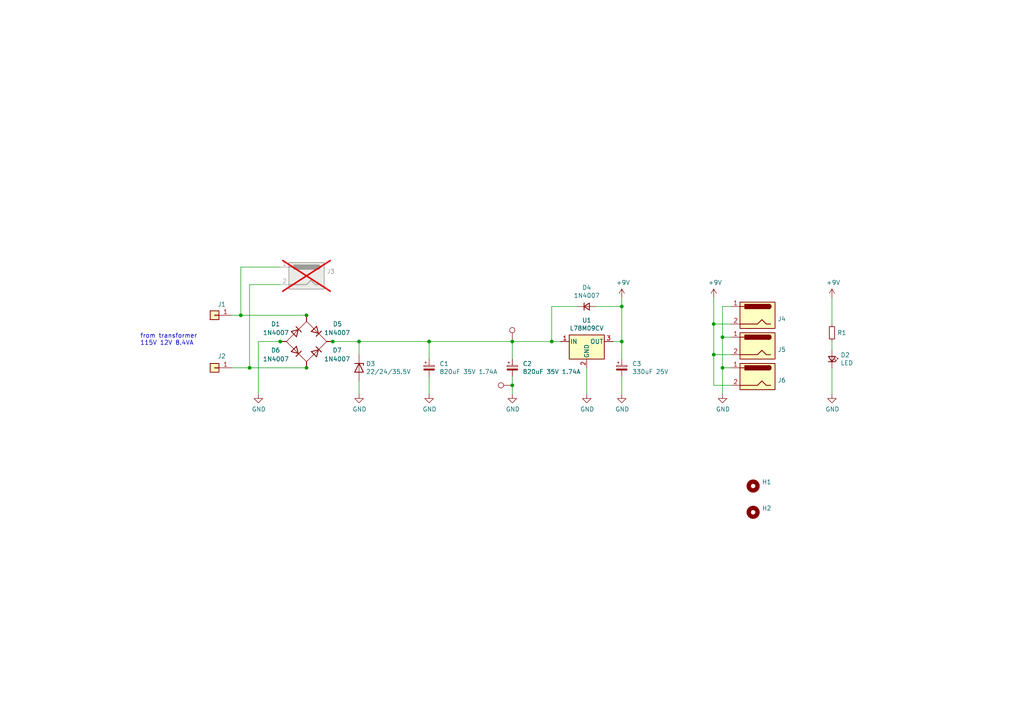
<source format=kicad_sch>
(kicad_sch (version 20230121) (generator eeschema)
  (paper "A4")
  (lib_symbols
    (symbol "Connector:Barrel_Jack" (pin_names (offset 1.016))
      (property "Reference" "J" (at 0 5.334 0))
      (property "Value" "Barrel_Jack" (at 0 -5.08 0))
      (symbol "Barrel_Jack_0_1"
        (rectangle (start -5.08 3.81) (end 5.08 -3.81) (stroke (width 0.254)) (fill (type background)))
        (arc (start -3.302 3.175) (mid -3.9343 2.54) (end -3.302 1.905) (stroke (width 0.254)))
        (arc (start -3.302 3.175) (mid -3.9343 2.54) (end -3.302 1.905) (stroke (width 0.254)) (fill (type outline)))
        (polyline (pts (xy 5.08 2.54) (xy 3.81 2.54)) (stroke (width 0.254)))
        (polyline (pts (xy -3.81 -2.54) (xy -2.54 -2.54) (xy -1.27 -1.27) (xy 0 -2.54) (xy 2.54 -2.54) (xy 5.08 -2.54)) (stroke (width 0.254)))
        (rectangle (start 3.683 3.175) (end -3.302 1.905) (stroke (width 0.254)) (fill (type outline)))
      )
      (symbol "Barrel_Jack_1_1"
        (pin passive line (at 7.62 2.54 180) (length 2.54) (name "~") (number "1"))
        (pin passive line (at 7.62 -2.54 180) (length 2.54) (name "~") (number "2"))
      )
    )
    (symbol "Connector:TestPoint" (pin_numbers hide) (pin_names (offset 0.762) hide)
      (property "Reference" "TP" (at 0 6.858 0))
      (property "Value" "TestPoint" (at 0 5.08 0))
      (symbol "TestPoint_0_1"
        (circle (center 0 3.302) (radius 0.762))
      )
      (symbol "TestPoint_1_1"
        (pin passive line (at 0 0 90) (length 2.54) (name "1") (number "1"))
      )
    )
    (symbol "Connector_Generic:Conn_01x01" (pin_names (offset 1.016) hide)
      (property "Reference" "J" (at 0 2.54 0))
      (property "Value" "Conn_01x01" (at 0 -2.54 0))
      (symbol "Conn_01x01_1_1"
        (rectangle (start -1.27 0.127) (end 0 -0.127) (stroke (width 0.1524)))
        (rectangle (start -1.27 1.27) (end 1.27 -1.27) (stroke (width 0.254)) (fill (type background)))
        (pin passive line (at -5.08 0 0) (length 3.81) (name "Pin_1") (number "1"))
      )
    )
    (symbol "Device:C_Polarized_Small" (pin_numbers hide) (pin_names (offset 0.254) hide)
      (property "Reference" "C" (at 0.254 1.778 0))
      (property "Value" "C_Polarized_Small" (at 0.254 -2.032 0))
      (symbol "C_Polarized_Small_0_1"
        (rectangle (start -1.524 -0.3048) (end 1.524 -0.6858) (fill (type outline)))
        (rectangle (start -1.524 0.6858) (end 1.524 0.3048))
        (polyline (pts (xy -1.27 1.524) (xy -0.762 1.524)))
        (polyline (pts (xy -1.016 1.27) (xy -1.016 1.778)))
      )
      (symbol "C_Polarized_Small_1_1"
        (pin passive line (at 0 2.54 270) (length 1.8542) (name "~") (number "1"))
        (pin passive line (at 0 -2.54 90) (length 1.8542) (name "~") (number "2"))
      )
    )
    (symbol "Device:D_Small" (pin_numbers hide) (pin_names (offset 0.254) hide)
      (property "Reference" "D" (at -1.27 2.032 0))
      (property "Value" "D_Small" (at -3.81 -2.032 0))
      (symbol "D_Small_0_1"
        (polyline (pts (xy -0.762 -1.016) (xy -0.762 1.016)) (stroke (width 0.254)))
        (polyline (pts (xy -0.762 0) (xy 0.762 0)))
        (polyline (pts (xy 0.762 -1.016) (xy -0.762 0) (xy 0.762 1.016) (xy 0.762 -1.016)) (stroke (width 0.254)))
      )
      (symbol "D_Small_1_1"
        (pin passive line (at -2.54 0 0) (length 1.778) (name "K") (number "1"))
        (pin passive line (at 2.54 0 180) (length 1.778) (name "A") (number "2"))
      )
    )
    (symbol "Device:D_Zener" (pin_numbers hide) (pin_names (offset 1.016) hide)
      (property "Reference" "D" (at 0 2.54 0))
      (property "Value" "D_Zener" (at 0 -2.54 0))
      (symbol "D_Zener_0_1"
        (polyline (pts (xy 1.27 0) (xy -1.27 0)))
        (polyline (pts (xy -1.27 -1.27) (xy -1.27 1.27) (xy -0.762 1.27)) (stroke (width 0.254)))
        (polyline (pts (xy 1.27 -1.27) (xy 1.27 1.27) (xy -1.27 0) (xy 1.27 -1.27)) (stroke (width 0.254)))
      )
      (symbol "D_Zener_1_1"
        (pin passive line (at -3.81 0 0) (length 2.54) (name "K") (number "1"))
        (pin passive line (at 3.81 0 180) (length 2.54) (name "A") (number "2"))
      )
    )
    (symbol "Device:LED_Small" (pin_numbers hide) (pin_names (offset 0.254) hide)
      (property "Reference" "D" (at -1.27 3.175 0))
      (property "Value" "LED_Small" (at -4.445 -2.54 0))
      (symbol "LED_Small_0_1"
        (polyline (pts (xy -0.762 -1.016) (xy -0.762 1.016)) (stroke (width 0.254)))
        (polyline (pts (xy 1.016 0) (xy -0.762 0)))
        (polyline (pts (xy 0.762 -1.016) (xy -0.762 0) (xy 0.762 1.016) (xy 0.762 -1.016)) (stroke (width 0.254)))
        (polyline (pts (xy 0 0.762) (xy -0.508 1.27) (xy -0.254 1.27) (xy -0.508 1.27) (xy -0.508 1.016)))
        (polyline (pts (xy 0.508 1.27) (xy 0 1.778) (xy 0.254 1.778) (xy 0 1.778) (xy 0 1.524)))
      )
      (symbol "LED_Small_1_1"
        (pin passive line (at -2.54 0 0) (length 1.778) (name "K") (number "1"))
        (pin passive line (at 2.54 0 180) (length 1.778) (name "A") (number "2"))
      )
    )
    (symbol "Device:R_Small" (pin_numbers hide) (pin_names (offset 0.254) hide)
      (property "Reference" "R" (at 0.762 0.508 0))
      (property "Value" "R_Small" (at 0.762 -1.016 0))
      (symbol "R_Small_0_1"
        (rectangle (start -0.762 1.778) (end 0.762 -1.778) (stroke (width 0.2032)))
      )
      (symbol "R_Small_1_1"
        (pin passive line (at 0 2.54 270) (length 0.762) (name "~") (number "1"))
        (pin passive line (at 0 -2.54 90) (length 0.762) (name "~") (number "2"))
      )
    )
    (symbol "Mechanical:MountingHole" (pin_names (offset 1.016))
      (property "Reference" "H" (at 0 5.08 0))
      (property "Value" "MountingHole" (at 0 3.175 0))
      (symbol "MountingHole_0_1"
        (circle (center 0 0) (radius 1.27) (stroke (width 1.27)))
      )
    )
    (symbol "Regulator_Linear:L7809" (pin_names (offset 0.254))
      (property "Reference" "U" (at -3.81 3.175 0))
      (property "Value" "L7809" (at 0 3.175 0))
      (symbol "L7809_0_1"
        (rectangle (start -5.08 1.905) (end 5.08 -5.08) (stroke (width 0.254)) (fill (type background)))
      )
      (symbol "L7809_1_1"
        (pin power_in line (at -7.62 0 0) (length 2.54) (name "IN") (number "1"))
        (pin power_in line (at 0 -7.62 90) (length 2.54) (name "GND") (number "2"))
        (pin power_out line (at 7.62 0 180) (length 2.54) (name "OUT") (number "3"))
      )
    )
    (symbol "pedal_power:D_Small_45" (pin_numbers hide) (pin_names (offset 0.254) hide)
      (property "Reference" "D" (at 3.048 3.556 0))
      (property "Value" "D_Small_45" (at 4.064 1.778 0))
      (symbol "D_Small_45_0_1"
        (polyline (pts (xy -2.54 5.842) (xy 3.302 0)))
        (polyline (pts (xy -1.016 2.794) (xy 0.508 4.318)) (stroke (width 0.254)))
        (polyline (pts (xy 0.381 1.397) (xy -0.127 3.429) (xy 1.905 2.921) (xy 0.381 1.397)) (stroke (width 0.254)))
      )
      (symbol "D_Small_45_1_1"
        (pin passive line (at -2.54 7.62 270) (length 1.778) (name "K") (number "1"))
        (pin passive line (at 5.08 0 180) (length 1.778) (name "A") (number "2"))
      )
    )
    (symbol "power:+9V" (power) (pin_names (offset 0))
      (property "Value" "+9V" (at 0 3.556 0))
      (symbol "+9V_0_1"
        (polyline (pts (xy -0.762 1.27) (xy 0 2.54)))
        (polyline (pts (xy 0 0) (xy 0 2.54)))
        (polyline (pts (xy 0 2.54) (xy 0.762 1.27)))
      )
      (symbol "+9V_1_1"
        (pin power_in line (at 0 0 90) (length 0) hide (name "+9V") (number "1"))
      )
    )
    (symbol "power:GND" (power) (pin_names (offset 0))
      (property "Value" "GND" (at 0 -3.81 0))
      (symbol "GND_0_1"
        (polyline (pts (xy 0 0) (xy 0 -1.27) (xy 1.27 -1.27) (xy 0 -2.54) (xy -1.27 -1.27) (xy 0 -1.27)))
      )
      (symbol "GND_1_1"
        (pin power_in line (at 0 0 270) (length 0) hide (name "GND") (number "1"))
      )
    )
  )
  (junction (at 69.85 91.44))
  (junction (at 88.9 106.68))
  (junction (at 160.02 99.06))
  (junction (at 148.59 99.06))
  (junction (at 88.9 91.44))
  (junction (at 124.46 99.06))
  (junction (at 148.59 111.76))
  (junction (at 96.52 99.06))
  (junction (at 209.55 97.79))
  (junction (at 81.28 99.06))
  (junction (at 180.34 99.06))
  (junction (at 180.34 88.9))
  (junction (at 104.14 99.06))
  (junction (at 72.39 106.68))
  (junction (at 207.01 102.87))
  (junction (at 207.01 93.98))
  (junction (at 209.55 106.68))
  (wire (pts (xy 69.85 77.47) (xy 81.28 77.47)))
  (wire (pts (xy 124.46 99.06) (xy 124.46 104.14)))
  (wire (pts (xy 160.02 99.06) (xy 160.02 88.9)))
  (wire (pts (xy 72.39 82.55) (xy 72.39 106.68)))
  (wire (pts (xy 96.52 99.06) (xy 104.14 99.06)))
  (wire (pts (xy 207.01 111.76) (xy 207.01 102.87)))
  (wire (pts (xy 160.02 88.9) (xy 167.64 88.9)))
  (wire (pts (xy 180.34 109.22) (xy 180.34 114.3)))
  (wire (pts (xy 177.8 99.06) (xy 180.34 99.06)))
  (wire (pts (xy 67.31 91.44) (xy 69.85 91.44)))
  (wire (pts (xy 69.85 91.44) (xy 69.85 77.47)))
  (wire (pts (xy 81.28 82.55) (xy 72.39 82.55)))
  (wire (pts (xy 212.09 102.87) (xy 207.01 102.87)))
  (wire (pts (xy 207.01 102.87) (xy 207.01 93.98)))
  (wire (pts (xy 170.18 114.3) (xy 170.18 106.68)))
  (wire (pts (xy 172.72 88.9) (xy 180.34 88.9)))
  (wire (pts (xy 74.93 99.06) (xy 81.28 99.06)))
  (wire (pts (xy 72.39 106.68) (xy 88.9 106.68)))
  (wire (pts (xy 212.09 106.68) (xy 209.55 106.68)))
  (wire (pts (xy 241.3 93.98) (xy 241.3 86.36)))
  (wire (pts (xy 74.93 99.06) (xy 74.93 114.3)))
  (wire (pts (xy 180.34 99.06) (xy 180.34 104.14)))
  (wire (pts (xy 67.31 106.68) (xy 72.39 106.68)))
  (wire (pts (xy 212.09 111.76) (xy 207.01 111.76)))
  (wire (pts (xy 162.56 99.06) (xy 160.02 99.06)))
  (wire (pts (xy 241.3 106.68) (xy 241.3 114.3)))
  (wire (pts (xy 148.59 99.06) (xy 148.59 104.14)))
  (wire (pts (xy 104.14 114.3) (xy 104.14 110.49)))
  (wire (pts (xy 124.46 99.06) (xy 148.59 99.06)))
  (wire (pts (xy 180.34 86.36) (xy 180.34 88.9)))
  (wire (pts (xy 124.46 109.22) (xy 124.46 114.3)))
  (wire (pts (xy 212.09 93.98) (xy 207.01 93.98)))
  (wire (pts (xy 209.55 106.68) (xy 209.55 114.3)))
  (wire (pts (xy 148.59 99.06) (xy 160.02 99.06)))
  (wire (pts (xy 104.14 99.06) (xy 124.46 99.06)))
  (wire (pts (xy 180.34 88.9) (xy 180.34 99.06)))
  (wire (pts (xy 207.01 86.36) (xy 207.01 93.98)))
  (wire (pts (xy 209.55 88.9) (xy 209.55 97.79)))
  (wire (pts (xy 209.55 97.79) (xy 212.09 97.79)))
  (wire (pts (xy 148.59 109.22) (xy 148.59 111.76)))
  (wire (pts (xy 104.14 99.06) (xy 104.14 102.87)))
  (wire (pts (xy 212.09 88.9) (xy 209.55 88.9)))
  (wire (pts (xy 241.3 101.6) (xy 241.3 99.06)))
  (wire (pts (xy 69.85 91.44) (xy 88.9 91.44)))
  (wire (pts (xy 148.59 111.76) (xy 148.59 114.3)))
  (wire (pts (xy 209.55 106.68) (xy 209.55 97.79)))
  (text "from transformer\n115V 12V 8.4VA" (at 40.64 100.33 0) (effects (font (size 1.27 1.27)) (justify left bottom)))
  (symbol (lib_id "Connector_Generic:Conn_01x01") (at 62.23 91.44 0) (mirror y) (unit 1)
    (property "Reference" "J1" (at 64.3128 88.265 0))
    (property "Value" "L" (effects hide))
    (property "Footprint" "Connector_Wire:SolderWirePad_1x01_Drill2mm" (effects hide))
  )
  (symbol (lib_id "Connector_Generic:Conn_01x01") (at 62.23 106.68 180) (unit 1)
    (property "Reference" "J2" (at 64.3128 103.3018 0))
    (property "Value" "N" (effects hide))
    (property "Footprint" "Connector_Wire:SolderWirePad_1x01_Drill2mm" (effects hide))
  )
  (symbol (lib_id "Connector:Barrel_Jack") (at 88.9 80.01 0) (mirror y) (unit 1) (dnp yes)
    (property "Reference" "J3" (at 94.742 78.74 0) (effects (justify right)))
    (property "Value" "Barrel_Jack" (effects hide))
    (property "Footprint" "Connector_BarrelJack:BarrelJack_CUI_PJ-102AH_Horizontal" (effects hide))
  )
  (symbol (lib_id "Device:C_Polarized_Small") (at 124.46 106.68 0) (unit 1)
    (property "Reference" "C1" (at 127.4572 105.5116 0) (effects (justify left)))
    (property "Value" "820uF 35V 1.74A" (at 127.4572 107.823 0) (effects (justify left)))
    (property "Footprint" "Capacitor_THT:CP_Radial_D12.5mm_P5.00mm" (effects hide))
  )
  (symbol (lib_id "Regulator_Linear:L7809") (at 170.18 99.06 0) (unit 1)
    (property "Reference" "U1" (at 170.18 92.9132 0))
    (property "Value" "L78M09CV" (at 170.18 95.2246 0))
    (property "Footprint" "Package_TO_SOT_THT:TO-220-3_Horizontal_TabDown" (effects hide))
    (property "Datasheet" "http://www.st.com/content/ccc/resource/technical/document/datasheet/41/4f/b3/b0/12/d4/47/88/CD00000444.pdf/files/CD00000444.pdf/jcr:content/translations/en.CD00000444.pdf" (effects hide))
  )
  (symbol (lib_id "power:GND") (at 170.18 114.3 0) (unit 1)
    (property "Reference" "#PWR0101" (effects hide))
    (property "Value" "GND" (at 170.307 118.6942 0))
  )
  (symbol (lib_id "Device:R_Small") (at 241.3 96.52 0) (unit 1)
    (property "Reference" "R1" (at 242.7986 96.52 0) (effects (justify left)))
    (property "Value" "R_Small" (effects hide))
    (property "Footprint" "Resistor_THT:R_Axial_DIN0309_L9.0mm_D3.2mm_P5.08mm_Vertical" (effects hide))
  )
  (symbol (lib_id "Device:LED_Small") (at 241.3 104.14 270) (mirror x) (unit 1)
    (property "Reference" "D2" (at 243.7892 102.9716 90) (effects (justify left)))
    (property "Value" "LED" (at 243.7892 105.283 90) (effects (justify left)))
    (property "Footprint" "LED_THT:LED_D3.0mm" (effects hide))
  )
  (symbol (lib_id "power:+9V") (at 180.34 86.36 0) (unit 1)
    (property "Reference" "#PWR0102" (effects hide))
    (property "Value" "+9V" (at 180.721 81.9658 0))
  )
  (symbol (lib_id "power:+9V") (at 241.3 86.36 0) (unit 1)
    (property "Reference" "#PWR0103" (effects hide))
    (property "Value" "+9V" (at 241.681 81.9658 0))
  )
  (symbol (lib_id "power:GND") (at 241.3 114.3 0) (unit 1)
    (property "Reference" "#PWR0104" (effects hide))
    (property "Value" "GND" (at 241.427 118.6942 0))
  )
  (symbol (lib_id "Connector:Barrel_Jack") (at 219.71 91.44 0) (mirror y) (unit 1)
    (property "Reference" "J4" (at 225.552 92.5068 0) (effects (justify right)))
    (property "Value" "Barrel_Jack" (effects hide))
    (property "Footprint" "Connector_BarrelJack:BarrelJack_CUI_PJ-102AH_Horizontal" (effects hide))
  )
  (symbol (lib_id "Connector:Barrel_Jack") (at 219.71 100.33 0) (mirror y) (unit 1)
    (property "Reference" "J5" (at 225.552 101.3968 0) (effects (justify right)))
    (property "Value" "Barrel_Jack" (effects hide))
    (property "Footprint" "Connector_BarrelJack:BarrelJack_CUI_PJ-102AH_Horizontal" (effects hide))
  )
  (symbol (lib_id "Connector:Barrel_Jack") (at 219.71 109.22 0) (mirror y) (unit 1)
    (property "Reference" "J6" (at 225.552 110.2868 0) (effects (justify right)))
    (property "Value" "Barrel_Jack" (effects hide))
    (property "Footprint" "Connector_BarrelJack:BarrelJack_CUI_PJ-102AH_Horizontal" (effects hide))
  )
  (symbol (lib_id "power:GND") (at 209.55 114.3 0) (unit 1)
    (property "Reference" "#PWR0105" (effects hide))
    (property "Value" "GND" (at 209.677 118.6942 0))
  )
  (symbol (lib_id "Device:D_Zener") (at 104.14 106.68 270) (unit 1)
    (property "Reference" "D3" (at 106.1466 105.5116 90) (effects (justify left)))
    (property "Value" "22/24/35.5V" (at 106.1466 107.823 90) (effects (justify left)))
    (property "Footprint" "Diode_THT:D_P600_R-6_P12.70mm_Horizontal" (effects hide))
  )
  (symbol (lib_id "Device:D_Small") (at 170.18 88.9 0) (unit 1)
    (property "Reference" "D4" (at 170.18 83.4136 0))
    (property "Value" "1N4007" (at 170.18 85.725 0))
    (property "Footprint" "Diode_THT:D_DO-41_SOD81_P10.16mm_Horizontal" (effects hide))
    (property "Datasheet" "http://www.vishay.com/docs/88503/1n4001.pdf" (effects hide))
  )
  (symbol (lib_id "pedal_power:D_Small_45") (at 86.36 99.06 0) (mirror y) (unit 1)
    (property "Reference" "D1" (at 81.28 93.98 0) (effects (justify left)))
    (property "Value" "1N4007" (at 83.82 96.52 0) (effects (justify left)))
    (property "Footprint" "Diode_THT:D_DO-41_SOD81_P10.16mm_Horizontal" (effects hide))
    (property "Sim.Device" "D" (effects hide))
    (property "Sim.Pins" "1=K 2=A" (effects hide))
  )
  (symbol (lib_id "pedal_power:D_Small_45") (at 88.9 96.52 270) (mirror x) (unit 1)
    (property "Reference" "D5" (at 96.52 93.98 90) (effects (justify left)))
    (property "Value" "1N4007" (at 93.98 96.52 90) (effects (justify left)))
    (property "Footprint" "Diode_THT:D_DO-41_SOD81_P10.16mm_Horizontal" (effects hide))
    (property "Sim.Device" "D" (effects hide))
    (property "Sim.Pins" "1=K 2=A" (effects hide))
  )
  (symbol (lib_id "pedal_power:D_Small_45") (at 86.36 99.06 180) (unit 1)
    (property "Reference" "D6" (at 81.28 101.6 0) (effects (justify left)))
    (property "Value" "1N4007" (at 83.82 104.14 0) (effects (justify left)))
    (property "Footprint" "Diode_THT:D_DO-41_SOD81_P10.16mm_Horizontal" (effects hide))
    (property "Sim.Device" "D" (effects hide))
    (property "Sim.Pins" "1=K 2=A" (effects hide))
  )
  (symbol (lib_id "pedal_power:D_Small_45") (at 88.9 101.6 270) (unit 1)
    (property "Reference" "D7" (at 97.79 101.6 90))
    (property "Value" "1N4007" (at 97.79 104.14 90))
    (property "Footprint" "Diode_THT:D_DO-41_SOD81_P10.16mm_Horizontal" (effects hide))
    (property "Sim.Device" "D" (effects hide))
    (property "Sim.Pins" "1=K 2=A" (effects hide))
  )
  (symbol (lib_id "Mechanical:MountingHole") (at 218.44 140.97 0) (unit 1)
    (property "Reference" "H1" (at 220.98 139.8016 0) (effects (justify left)))
    (property "Value" "MountingHole" (effects hide))
    (property "Footprint" "MountingHole:MountingHole_2.2mm_M2" (effects hide))
  )
  (symbol (lib_id "Device:C_Polarized_Small") (at 148.59 106.68 0) (unit 1)
    (property "Reference" "C2" (at 151.5872 105.5116 0) (effects (justify left)))
    (property "Value" "820uF 35V 1.74A" (at 151.5872 107.823 0) (effects (justify left)))
    (property "Footprint" "Capacitor_THT:CP_Radial_D12.5mm_P5.00mm" (effects hide))
  )
  (symbol (lib_id "Mechanical:MountingHole") (at 218.44 148.59 0) (unit 1)
    (property "Reference" "H2" (at 220.98 147.4216 0) (effects (justify left)))
    (property "Value" "MountingHole" (effects hide))
    (property "Footprint" "MountingHole:MountingHole_2.2mm_M2" (effects hide))
  )
  (symbol (lib_id "power:GND") (at 74.93 114.3 0) (unit 1)
    (property "Reference" "#PWR0106" (effects hide))
    (property "Value" "GND" (at 75.057 118.6942 0))
  )
  (symbol (lib_id "power:GND") (at 124.46 114.3 0) (unit 1)
    (property "Reference" "#PWR0108" (effects hide))
    (property "Value" "GND" (at 124.587 118.6942 0))
  )
  (symbol (lib_id "power:GND") (at 148.59 114.3 0) (unit 1)
    (property "Reference" "#PWR0109" (effects hide))
    (property "Value" "GND" (at 148.717 118.6942 0))
  )
  (symbol (lib_id "Device:C_Polarized_Small") (at 180.34 106.68 0) (unit 1)
    (property "Reference" "C3" (at 183.3372 105.5116 0) (effects (justify left)))
    (property "Value" "330uF 25V" (at 183.3372 107.823 0) (effects (justify left)))
    (property "Footprint" "Capacitor_THT:CP_Radial_D8.0mm_P3.50mm" (effects hide))
  )
  (symbol (lib_id "Connector:TestPoint") (at 148.59 99.06 0) (unit 1)
    (property "Reference" "TP1" (effects hide))
    (property "Value" "TestPoint" (effects hide))
    (property "Footprint" "TestPoint:TestPoint_THTPad_D2.0mm_Drill1.0mm" (effects hide))
  )
  (symbol (lib_id "Connector:TestPoint") (at 148.59 111.76 90) (unit 1)
    (property "Reference" "TP2" (effects hide))
    (property "Value" "TestPoint" (effects hide))
    (property "Footprint" "TestPoint:TestPoint_THTPad_D2.0mm_Drill1.0mm" (effects hide))
  )
  (symbol (lib_id "power:GND") (at 104.14 114.3 0) (unit 1)
    (property "Reference" "#PWR0107" (effects hide))
    (property "Value" "GND" (at 104.267 118.6942 0))
  )
  (symbol (lib_id "power:GND") (at 180.34 114.3 0) (unit 1)
    (property "Reference" "#PWR0110" (effects hide))
    (property "Value" "GND" (at 180.467 118.6942 0))
  )
  (symbol (lib_id "power:+9V") (at 207.01 86.36 0) (unit 1)
    (property "Reference" "#PWR0111" (effects hide))
    (property "Value" "+9V" (at 207.391 81.9658 0))
  )
)
</source>
